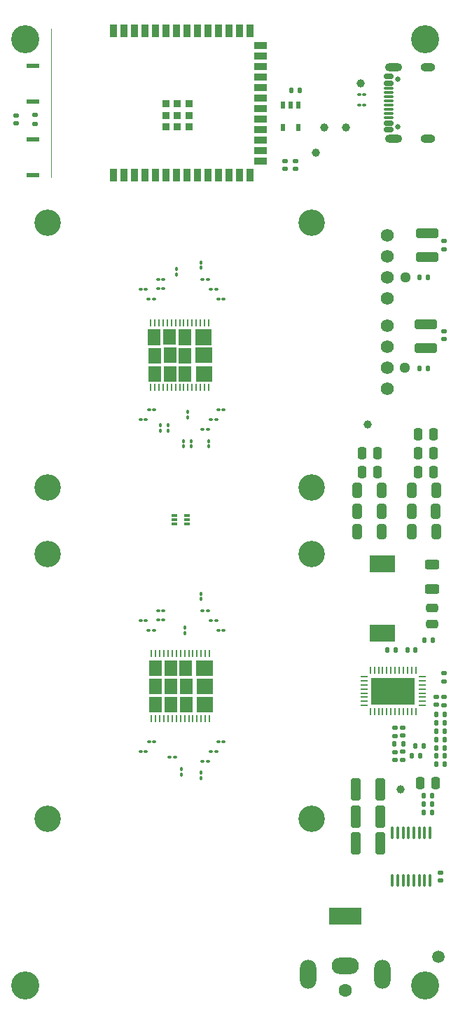
<source format=gbr>
%TF.GenerationSoftware,KiCad,Pcbnew,8.0.4*%
%TF.CreationDate,2024-11-04T19:08:52+01:00*%
%TF.ProjectId,BitForgeNano,42697446-6f72-4676-954e-616e6f2e6b69,rev?*%
%TF.SameCoordinates,Original*%
%TF.FileFunction,Soldermask,Top*%
%TF.FilePolarity,Negative*%
%FSLAX46Y46*%
G04 Gerber Fmt 4.6, Leading zero omitted, Abs format (unit mm)*
G04 Created by KiCad (PCBNEW 8.0.4) date 2024-11-04 19:08:52*
%MOMM*%
%LPD*%
G01*
G04 APERTURE LIST*
G04 Aperture macros list*
%AMRoundRect*
0 Rectangle with rounded corners*
0 $1 Rounding radius*
0 $2 $3 $4 $5 $6 $7 $8 $9 X,Y pos of 4 corners*
0 Add a 4 corners polygon primitive as box body*
4,1,4,$2,$3,$4,$5,$6,$7,$8,$9,$2,$3,0*
0 Add four circle primitives for the rounded corners*
1,1,$1+$1,$2,$3*
1,1,$1+$1,$4,$5*
1,1,$1+$1,$6,$7*
1,1,$1+$1,$8,$9*
0 Add four rect primitives between the rounded corners*
20,1,$1+$1,$2,$3,$4,$5,0*
20,1,$1+$1,$4,$5,$6,$7,0*
20,1,$1+$1,$6,$7,$8,$9,0*
20,1,$1+$1,$8,$9,$2,$3,0*%
G04 Aperture macros list end*
%ADD10C,0.100000*%
%ADD11C,0.120000*%
%ADD12RoundRect,0.140000X-0.170000X0.140000X-0.170000X-0.140000X0.170000X-0.140000X0.170000X0.140000X0*%
%ADD13RoundRect,0.100000X-0.100000X0.637500X-0.100000X-0.637500X0.100000X-0.637500X0.100000X0.637500X0*%
%ADD14C,3.200000*%
%ADD15RoundRect,0.140000X-0.140000X-0.170000X0.140000X-0.170000X0.140000X0.170000X-0.140000X0.170000X0*%
%ADD16C,3.400000*%
%ADD17RoundRect,0.100000X-0.100000X0.130000X-0.100000X-0.130000X0.100000X-0.130000X0.100000X0.130000X0*%
%ADD18RoundRect,0.100000X-0.130000X-0.100000X0.130000X-0.100000X0.130000X0.100000X-0.130000X0.100000X0*%
%ADD19RoundRect,0.100000X0.130000X0.100000X-0.130000X0.100000X-0.130000X-0.100000X0.130000X-0.100000X0*%
%ADD20RoundRect,0.135000X0.135000X0.185000X-0.135000X0.185000X-0.135000X-0.185000X0.135000X-0.185000X0*%
%ADD21C,0.650000*%
%ADD22RoundRect,0.150000X0.425000X-0.150000X0.425000X0.150000X-0.425000X0.150000X-0.425000X-0.150000X0*%
%ADD23RoundRect,0.075000X0.500000X-0.075000X0.500000X0.075000X-0.500000X0.075000X-0.500000X-0.075000X0*%
%ADD24O,2.100000X1.000000*%
%ADD25O,1.800000X1.000000*%
%ADD26RoundRect,0.135000X0.185000X-0.135000X0.185000X0.135000X-0.185000X0.135000X-0.185000X-0.135000X0*%
%ADD27RoundRect,0.250000X0.250000X0.475000X-0.250000X0.475000X-0.250000X-0.475000X0.250000X-0.475000X0*%
%ADD28C,1.600000*%
%ADD29R,4.000000X2.000000*%
%ADD30O,2.000000X3.500000*%
%ADD31O,3.300000X2.000000*%
%ADD32C,1.295400*%
%ADD33C,1.574800*%
%ADD34RoundRect,0.250000X-0.325000X-0.650000X0.325000X-0.650000X0.325000X0.650000X-0.325000X0.650000X0*%
%ADD35RoundRect,0.135000X-0.185000X0.135000X-0.185000X-0.135000X0.185000X-0.135000X0.185000X0.135000X0*%
%ADD36RoundRect,0.135000X-0.135000X-0.185000X0.135000X-0.185000X0.135000X0.185000X-0.135000X0.185000X0*%
%ADD37R,1.524000X0.508000*%
%ADD38RoundRect,0.085000X-0.265000X-0.085000X0.265000X-0.085000X0.265000X0.085000X-0.265000X0.085000X0*%
%ADD39RoundRect,0.062500X-0.062500X0.337500X-0.062500X-0.337500X0.062500X-0.337500X0.062500X0.337500X0*%
%ADD40RoundRect,0.062500X-0.337500X0.062500X-0.337500X-0.062500X0.337500X-0.062500X0.337500X0.062500X0*%
%ADD41C,0.400000*%
%ADD42R,5.300000X3.300000*%
%ADD43C,1.000000*%
%ADD44R,0.558800X0.952500*%
%ADD45RoundRect,0.140000X0.170000X-0.140000X0.170000X0.140000X-0.170000X0.140000X-0.170000X-0.140000X0*%
%ADD46RoundRect,0.250000X-0.250000X-0.475000X0.250000X-0.475000X0.250000X0.475000X-0.250000X0.475000X0*%
%ADD47RoundRect,0.250000X-0.475000X0.250000X-0.475000X-0.250000X0.475000X-0.250000X0.475000X0.250000X0*%
%ADD48RoundRect,0.250000X0.325000X1.100000X-0.325000X1.100000X-0.325000X-1.100000X0.325000X-1.100000X0*%
%ADD49R,0.900000X1.500000*%
%ADD50R,1.500000X0.900000*%
%ADD51R,0.900000X0.900000*%
%ADD52C,1.500000*%
%ADD53R,3.050000X2.000000*%
%ADD54RoundRect,0.250000X0.325000X0.650000X-0.325000X0.650000X-0.325000X-0.650000X0.325000X-0.650000X0*%
%ADD55RoundRect,0.250000X1.100000X-0.325000X1.100000X0.325000X-1.100000X0.325000X-1.100000X-0.325000X0*%
%ADD56RoundRect,0.140000X0.140000X0.170000X-0.140000X0.170000X-0.140000X-0.170000X0.140000X-0.170000X0*%
%ADD57RoundRect,0.055250X-0.055250X0.340750X-0.055250X-0.340750X0.055250X-0.340750X0.055250X0.340750X0*%
%ADD58RoundRect,0.250000X-0.625000X0.312500X-0.625000X-0.312500X0.625000X-0.312500X0.625000X0.312500X0*%
G04 APERTURE END LIST*
D10*
%TO.C,U8*%
X51500000Y-65515000D02*
X51500000Y-47515000D01*
%TO.C,U3*%
D11*
X63280000Y-125680000D02*
X64720000Y-125680000D01*
X64720000Y-123900000D01*
X63280000Y-123900000D01*
X63280000Y-125680000D01*
G36*
X63280000Y-125680000D02*
G01*
X64720000Y-125680000D01*
X64720000Y-123900000D01*
X63280000Y-123900000D01*
X63280000Y-125680000D01*
G37*
X63290000Y-127890000D02*
X64730000Y-127890000D01*
X64730000Y-126110000D01*
X63290000Y-126110000D01*
X63290000Y-127890000D01*
G36*
X63290000Y-127890000D02*
G01*
X64730000Y-127890000D01*
X64730000Y-126110000D01*
X63290000Y-126110000D01*
X63290000Y-127890000D01*
G37*
X63290000Y-130100000D02*
X64730000Y-130100000D01*
X64730000Y-128320000D01*
X63290000Y-128320000D01*
X63290000Y-130100000D01*
G36*
X63290000Y-130100000D02*
G01*
X64730000Y-130100000D01*
X64730000Y-128320000D01*
X63290000Y-128320000D01*
X63290000Y-130100000D01*
G37*
X65150000Y-125670000D02*
X66590000Y-125670000D01*
X66590000Y-123890000D01*
X65150000Y-123890000D01*
X65150000Y-125670000D01*
G36*
X65150000Y-125670000D02*
G01*
X66590000Y-125670000D01*
X66590000Y-123890000D01*
X65150000Y-123890000D01*
X65150000Y-125670000D01*
G37*
X65160000Y-127880000D02*
X66600000Y-127880000D01*
X66600000Y-126100000D01*
X65160000Y-126100000D01*
X65160000Y-127880000D01*
G36*
X65160000Y-127880000D02*
G01*
X66600000Y-127880000D01*
X66600000Y-126100000D01*
X65160000Y-126100000D01*
X65160000Y-127880000D01*
G37*
X65160000Y-130090000D02*
X66600000Y-130090000D01*
X66600000Y-128310000D01*
X65160000Y-128310000D01*
X65160000Y-130090000D01*
G36*
X65160000Y-130090000D02*
G01*
X66600000Y-130090000D01*
X66600000Y-128310000D01*
X65160000Y-128310000D01*
X65160000Y-130090000D01*
G37*
X66990000Y-125680000D02*
X68430000Y-125680000D01*
X68430000Y-123900000D01*
X66990000Y-123900000D01*
X66990000Y-125680000D01*
G36*
X66990000Y-125680000D02*
G01*
X68430000Y-125680000D01*
X68430000Y-123900000D01*
X66990000Y-123900000D01*
X66990000Y-125680000D01*
G37*
X67000000Y-127890000D02*
X68440000Y-127890000D01*
X68440000Y-126110000D01*
X67000000Y-126110000D01*
X67000000Y-127890000D01*
G36*
X67000000Y-127890000D02*
G01*
X68440000Y-127890000D01*
X68440000Y-126110000D01*
X67000000Y-126110000D01*
X67000000Y-127890000D01*
G37*
X67000000Y-130100000D02*
X68440000Y-130100000D01*
X68440000Y-128320000D01*
X67000000Y-128320000D01*
X67000000Y-130100000D01*
G36*
X67000000Y-130100000D02*
G01*
X68440000Y-130100000D01*
X68440000Y-128320000D01*
X67000000Y-128320000D01*
X67000000Y-130100000D01*
G37*
X69020000Y-125680000D02*
X70900000Y-125680000D01*
X70900000Y-123900000D01*
X69020000Y-123900000D01*
X69020000Y-125680000D01*
G36*
X69020000Y-125680000D02*
G01*
X70900000Y-125680000D01*
X70900000Y-123900000D01*
X69020000Y-123900000D01*
X69020000Y-125680000D01*
G37*
X69040000Y-127880000D02*
X70910000Y-127880000D01*
X70910000Y-126100000D01*
X69040000Y-126100000D01*
X69040000Y-127880000D01*
G36*
X69040000Y-127880000D02*
G01*
X70910000Y-127880000D01*
X70910000Y-126100000D01*
X69040000Y-126100000D01*
X69040000Y-127880000D01*
G37*
X69050000Y-130090000D02*
X70920000Y-130090000D01*
X70920000Y-128310000D01*
X69050000Y-128310000D01*
X69050000Y-130090000D01*
G36*
X69050000Y-130090000D02*
G01*
X70920000Y-130090000D01*
X70920000Y-128310000D01*
X69050000Y-128310000D01*
X69050000Y-130090000D01*
G37*
%TO.C,U9*%
X63180000Y-85680000D02*
X64620000Y-85680000D01*
X64620000Y-83900000D01*
X63180000Y-83900000D01*
X63180000Y-85680000D01*
G36*
X63180000Y-85680000D02*
G01*
X64620000Y-85680000D01*
X64620000Y-83900000D01*
X63180000Y-83900000D01*
X63180000Y-85680000D01*
G37*
X63190000Y-87890000D02*
X64630000Y-87890000D01*
X64630000Y-86110000D01*
X63190000Y-86110000D01*
X63190000Y-87890000D01*
G36*
X63190000Y-87890000D02*
G01*
X64630000Y-87890000D01*
X64630000Y-86110000D01*
X63190000Y-86110000D01*
X63190000Y-87890000D01*
G37*
X63190000Y-90100000D02*
X64630000Y-90100000D01*
X64630000Y-88320000D01*
X63190000Y-88320000D01*
X63190000Y-90100000D01*
G36*
X63190000Y-90100000D02*
G01*
X64630000Y-90100000D01*
X64630000Y-88320000D01*
X63190000Y-88320000D01*
X63190000Y-90100000D01*
G37*
X65050000Y-85670000D02*
X66490000Y-85670000D01*
X66490000Y-83890000D01*
X65050000Y-83890000D01*
X65050000Y-85670000D01*
G36*
X65050000Y-85670000D02*
G01*
X66490000Y-85670000D01*
X66490000Y-83890000D01*
X65050000Y-83890000D01*
X65050000Y-85670000D01*
G37*
X65060000Y-87880000D02*
X66500000Y-87880000D01*
X66500000Y-86100000D01*
X65060000Y-86100000D01*
X65060000Y-87880000D01*
G36*
X65060000Y-87880000D02*
G01*
X66500000Y-87880000D01*
X66500000Y-86100000D01*
X65060000Y-86100000D01*
X65060000Y-87880000D01*
G37*
X65060000Y-90090000D02*
X66500000Y-90090000D01*
X66500000Y-88310000D01*
X65060000Y-88310000D01*
X65060000Y-90090000D01*
G36*
X65060000Y-90090000D02*
G01*
X66500000Y-90090000D01*
X66500000Y-88310000D01*
X65060000Y-88310000D01*
X65060000Y-90090000D01*
G37*
X66890000Y-85680000D02*
X68330000Y-85680000D01*
X68330000Y-83900000D01*
X66890000Y-83900000D01*
X66890000Y-85680000D01*
G36*
X66890000Y-85680000D02*
G01*
X68330000Y-85680000D01*
X68330000Y-83900000D01*
X66890000Y-83900000D01*
X66890000Y-85680000D01*
G37*
X66900000Y-87890000D02*
X68340000Y-87890000D01*
X68340000Y-86110000D01*
X66900000Y-86110000D01*
X66900000Y-87890000D01*
G36*
X66900000Y-87890000D02*
G01*
X68340000Y-87890000D01*
X68340000Y-86110000D01*
X66900000Y-86110000D01*
X66900000Y-87890000D01*
G37*
X66900000Y-90100000D02*
X68340000Y-90100000D01*
X68340000Y-88320000D01*
X66900000Y-88320000D01*
X66900000Y-90100000D01*
G36*
X66900000Y-90100000D02*
G01*
X68340000Y-90100000D01*
X68340000Y-88320000D01*
X66900000Y-88320000D01*
X66900000Y-90100000D01*
G37*
X68920000Y-85680000D02*
X70800000Y-85680000D01*
X70800000Y-83900000D01*
X68920000Y-83900000D01*
X68920000Y-85680000D01*
G36*
X68920000Y-85680000D02*
G01*
X70800000Y-85680000D01*
X70800000Y-83900000D01*
X68920000Y-83900000D01*
X68920000Y-85680000D01*
G37*
X68940000Y-87880000D02*
X70810000Y-87880000D01*
X70810000Y-86100000D01*
X68940000Y-86100000D01*
X68940000Y-87880000D01*
G36*
X68940000Y-87880000D02*
G01*
X70810000Y-87880000D01*
X70810000Y-86100000D01*
X68940000Y-86100000D01*
X68940000Y-87880000D01*
G37*
X68950000Y-90090000D02*
X70820000Y-90090000D01*
X70820000Y-88310000D01*
X68950000Y-88310000D01*
X68950000Y-90090000D01*
G36*
X68950000Y-90090000D02*
G01*
X70820000Y-90090000D01*
X70820000Y-88310000D01*
X68950000Y-88310000D01*
X68950000Y-90090000D01*
G37*
%TD*%
D12*
%TO.C,C48*%
X81000000Y-63500000D03*
X81000000Y-64460000D03*
%TD*%
D13*
%TO.C,U4*%
X92725000Y-150482500D03*
X93375000Y-150482500D03*
X94025000Y-150482500D03*
X94675000Y-150482500D03*
X95325000Y-150482500D03*
X95975000Y-150482500D03*
X96625000Y-150482500D03*
X97275000Y-150482500D03*
X97275000Y-144757500D03*
X96625000Y-144757500D03*
X95975000Y-144757500D03*
X95325000Y-144757500D03*
X94675000Y-144757500D03*
X94025000Y-144757500D03*
X93375000Y-144757500D03*
X92725000Y-144757500D03*
%TD*%
D14*
%TO.C,H2*%
X51000000Y-143000000D03*
%TD*%
D15*
%TO.C,C6*%
X96520000Y-141250000D03*
X97480000Y-141250000D03*
%TD*%
%TO.C,C7*%
X96520000Y-140250000D03*
X97480000Y-140250000D03*
%TD*%
D16*
%TO.C,*%
X48300000Y-163200011D03*
%TD*%
D17*
%TO.C,R23*%
X66600000Y-76592500D03*
X66600000Y-77232500D03*
%TD*%
D18*
%TO.C,R38*%
X88680000Y-55500000D03*
X89320000Y-55500000D03*
%TD*%
D14*
%TO.C,H4*%
X51000000Y-111000000D03*
%TD*%
%TO.C,H5*%
X83000000Y-103000000D03*
%TD*%
D19*
%TO.C,C36*%
X72320000Y-133700000D03*
X71680000Y-133700000D03*
%TD*%
D20*
%TO.C,R3*%
X99050000Y-131450000D03*
X98030000Y-131450000D03*
%TD*%
D21*
%TO.C,J5*%
X93330000Y-59415000D03*
X93330000Y-53635000D03*
D22*
X92255000Y-59725000D03*
X92255000Y-58925000D03*
D23*
X92255000Y-57775000D03*
X92255000Y-56775000D03*
X92255000Y-56275000D03*
X92255000Y-55275000D03*
D22*
X92255000Y-54125000D03*
X92255000Y-53325000D03*
X92255000Y-53325000D03*
X92255000Y-54125000D03*
D23*
X92255000Y-54775000D03*
X92255000Y-55775000D03*
X92255000Y-57275000D03*
X92255000Y-58275000D03*
D22*
X92255000Y-58925000D03*
X92255000Y-59725000D03*
D24*
X92830000Y-60845000D03*
D25*
X97010000Y-60845000D03*
D24*
X92830000Y-52205000D03*
D25*
X97010000Y-52205000D03*
%TD*%
D26*
%TO.C,R30*%
X93000000Y-133020000D03*
X93000000Y-132000000D03*
%TD*%
D27*
%TO.C,C77*%
X90950000Y-98850000D03*
X89050000Y-98850000D03*
%TD*%
D28*
%TO.C,J1*%
X87000000Y-163800000D03*
D29*
X87000000Y-154800000D03*
D30*
X82500000Y-161800000D03*
D31*
X87000000Y-160800000D03*
D30*
X91500000Y-161800000D03*
%TD*%
D17*
%TO.C,C16*%
X69600000Y-115835000D03*
X69600000Y-116475000D03*
%TD*%
D18*
%TO.C,C18*%
X69780000Y-117855000D03*
X70420000Y-117855000D03*
%TD*%
D32*
%TO.C,J8*%
X94260001Y-88540000D03*
D33*
X92100000Y-83460000D03*
X92100000Y-86000000D03*
X92100000Y-88540000D03*
X92100000Y-91080000D03*
%TD*%
D20*
%TO.C,R36*%
X97610000Y-121450000D03*
X96590000Y-121450000D03*
%TD*%
D34*
%TO.C,C80*%
X95050000Y-108350000D03*
X98000000Y-108350000D03*
%TD*%
D18*
%TO.C,C62*%
X70780000Y-79012500D03*
X71420000Y-79012500D03*
%TD*%
D19*
%TO.C,C66*%
X71420000Y-94800000D03*
X70780000Y-94800000D03*
%TD*%
D16*
%TO.C,*%
X96700000Y-163200011D03*
%TD*%
D19*
%TO.C,C51*%
X70420000Y-136100000D03*
X69780000Y-136100000D03*
%TD*%
D17*
%TO.C,C68*%
X70500000Y-97380000D03*
X70500000Y-98020000D03*
%TD*%
D18*
%TO.C,C63*%
X71680000Y-80212500D03*
X72320000Y-80212500D03*
%TD*%
D17*
%TO.C,C54*%
X69600000Y-75792500D03*
X69600000Y-76432500D03*
%TD*%
D35*
%TO.C,R8*%
X94000000Y-134930000D03*
X94000000Y-135950000D03*
%TD*%
D36*
%TO.C,R7*%
X98030000Y-136450000D03*
X99050000Y-136450000D03*
%TD*%
D18*
%TO.C,C69*%
X63260000Y-80212500D03*
X63900000Y-80212500D03*
%TD*%
%TO.C,C27*%
X62260000Y-119055000D03*
X62900000Y-119055000D03*
%TD*%
D36*
%TO.C,R9*%
X92990000Y-133960000D03*
X94010000Y-133960000D03*
%TD*%
D17*
%TO.C,R11*%
X67500000Y-97380000D03*
X67500000Y-98020000D03*
%TD*%
D34*
%TO.C,C79*%
X95025000Y-105850000D03*
X97975000Y-105850000D03*
%TD*%
D37*
%TO.C,SW2*%
X49250000Y-65250000D03*
X49250000Y-60932000D03*
%TD*%
D38*
%TO.C,U7*%
X66350000Y-106400000D03*
X66350000Y-106900000D03*
X66350000Y-107400000D03*
X67850000Y-107400000D03*
X67850000Y-106900000D03*
X67850000Y-106400000D03*
%TD*%
D16*
%TO.C,*%
X48300000Y-48800011D03*
%TD*%
D17*
%TO.C,R19*%
X64700000Y-95480000D03*
X64700000Y-96120000D03*
%TD*%
D36*
%TO.C,R6*%
X98030000Y-134450000D03*
X99050000Y-134450000D03*
%TD*%
D15*
%TO.C,C1*%
X94520000Y-122600000D03*
X95480000Y-122600000D03*
%TD*%
D19*
%TO.C,R17*%
X66420000Y-135600000D03*
X65780000Y-135600000D03*
%TD*%
%TO.C,C65*%
X72320000Y-93600000D03*
X71680000Y-93600000D03*
%TD*%
D17*
%TO.C,C52*%
X69600000Y-137480000D03*
X69600000Y-138120000D03*
%TD*%
D18*
%TO.C,C44*%
X63280000Y-133700000D03*
X63920000Y-133700000D03*
%TD*%
D27*
%TO.C,C78*%
X90950000Y-101100000D03*
X89050000Y-101100000D03*
%TD*%
D26*
%TO.C,R41*%
X99000000Y-126410000D03*
X99000000Y-125390000D03*
%TD*%
D35*
%TO.C,R21*%
X49500000Y-57990000D03*
X49500000Y-59010000D03*
%TD*%
D39*
%TO.C,U12*%
X95550000Y-125100000D03*
X95050000Y-125100000D03*
X94550000Y-125100000D03*
X94050000Y-125100000D03*
X93550000Y-125100000D03*
X93050000Y-125100000D03*
X92550000Y-125100000D03*
X92050000Y-125100000D03*
X91550000Y-125100000D03*
X91050000Y-125100000D03*
X90550000Y-125100000D03*
X90050000Y-125100000D03*
D40*
X89300000Y-125850000D03*
X89300000Y-126350000D03*
X89300000Y-126850000D03*
X89300000Y-127350000D03*
X89300000Y-127850000D03*
X89300000Y-128350000D03*
X89300000Y-128850000D03*
X89300000Y-129350000D03*
D39*
X90050000Y-130100000D03*
X90550000Y-130100000D03*
X91050000Y-130100000D03*
X91550000Y-130100000D03*
X92050000Y-130100000D03*
X92550000Y-130100000D03*
X93050000Y-130100000D03*
X93550000Y-130100000D03*
X94050000Y-130100000D03*
X94550000Y-130100000D03*
X95050000Y-130100000D03*
X95550000Y-130100000D03*
D40*
X96300000Y-129350000D03*
X96300000Y-128850000D03*
X96300000Y-128350000D03*
X96300000Y-127850000D03*
X96300000Y-127350000D03*
X96300000Y-126850000D03*
X96300000Y-126350000D03*
X96300000Y-125850000D03*
D41*
X94200000Y-126320000D03*
X92800000Y-126320000D03*
X91400000Y-126320000D03*
X95200000Y-127600000D03*
X94200000Y-127600000D03*
X92800000Y-127600000D03*
D42*
X92800000Y-127600000D03*
D41*
X91400000Y-127600000D03*
X90400000Y-127600000D03*
X94200000Y-128880000D03*
X92800000Y-128880000D03*
X91400000Y-128880000D03*
%TD*%
D15*
%TO.C,C10*%
X95520000Y-134200000D03*
X96480000Y-134200000D03*
%TD*%
D43*
%TO.C,TP14*%
X84500000Y-59500000D03*
%TD*%
D36*
%TO.C,R10*%
X98030000Y-135450000D03*
X99050000Y-135450000D03*
%TD*%
D18*
%TO.C,R12*%
X64380000Y-117905000D03*
X65020000Y-117905000D03*
%TD*%
D20*
%TO.C,R2*%
X99050000Y-133450000D03*
X98030000Y-133450000D03*
%TD*%
D12*
%TO.C,C8*%
X93000000Y-134960000D03*
X93000000Y-135920000D03*
%TD*%
D44*
%TO.C,U10*%
X81379600Y-56744100D03*
X80439800Y-56744100D03*
X79500000Y-56744100D03*
X79500000Y-59500000D03*
X81379600Y-59500000D03*
%TD*%
D12*
%TO.C,C57*%
X79750000Y-63500000D03*
X79750000Y-64460000D03*
%TD*%
D43*
%TO.C,TP1*%
X93750000Y-139500000D03*
%TD*%
D45*
%TO.C,C43*%
X99000000Y-74180000D03*
X99000000Y-73220000D03*
%TD*%
D46*
%TO.C,C30*%
X95800000Y-101100000D03*
X97700000Y-101100000D03*
%TD*%
D19*
%TO.C,C38*%
X71420000Y-134900000D03*
X70780000Y-134900000D03*
%TD*%
D20*
%TO.C,R1*%
X99050000Y-130450000D03*
X98030000Y-130450000D03*
%TD*%
D17*
%TO.C,R16*%
X68395000Y-97380000D03*
X68395000Y-98020000D03*
%TD*%
D14*
%TO.C,H7*%
X83000000Y-71000000D03*
%TD*%
D47*
%TO.C,C12*%
X97500000Y-117580000D03*
X97500000Y-119480000D03*
%TD*%
D48*
%TO.C,C4*%
X91225000Y-139500000D03*
X88275000Y-139500000D03*
%TD*%
D18*
%TO.C,C26*%
X70780000Y-119055000D03*
X71420000Y-119055000D03*
%TD*%
D49*
%TO.C,U8*%
X58990000Y-65265000D03*
X60260000Y-65265000D03*
X61530000Y-65265000D03*
X62800000Y-65265000D03*
X64070000Y-65265000D03*
X65340000Y-65265000D03*
X66610000Y-65265000D03*
X67880000Y-65265000D03*
X69150000Y-65265000D03*
X70420000Y-65265000D03*
X71690000Y-65265000D03*
X72960000Y-65265000D03*
X74230000Y-65265000D03*
X75500000Y-65265000D03*
D50*
X76750000Y-63500000D03*
X76750000Y-62230000D03*
X76750000Y-60960000D03*
X76750000Y-59690000D03*
X76750000Y-58420000D03*
X76750000Y-57150000D03*
X76750000Y-55880000D03*
X76750000Y-54610000D03*
X76750000Y-53340000D03*
X76750000Y-52070000D03*
X76750000Y-50800000D03*
X76750000Y-49530000D03*
D49*
X75500000Y-47765000D03*
X74230000Y-47765000D03*
X72960000Y-47765000D03*
X71690000Y-47765000D03*
X70420000Y-47765000D03*
X69150000Y-47765000D03*
X67880000Y-47765000D03*
X66610000Y-47765000D03*
X65340000Y-47765000D03*
X64070000Y-47765000D03*
X62800000Y-47765000D03*
X61530000Y-47765000D03*
X60260000Y-47765000D03*
X58990000Y-47765000D03*
D51*
X65310000Y-59415000D03*
X66710000Y-59415000D03*
X68110000Y-59415000D03*
X65310000Y-58015000D03*
X66710000Y-58015000D03*
X68110000Y-58015000D03*
X65310000Y-56615000D03*
X66710000Y-56615000D03*
X68110000Y-56615000D03*
%TD*%
D17*
%TO.C,R15*%
X68000000Y-93885025D03*
X68000000Y-94525025D03*
%TD*%
D14*
%TO.C,H3*%
X83000000Y-111000000D03*
%TD*%
D36*
%TO.C,R18*%
X95990000Y-77600000D03*
X97010000Y-77600000D03*
%TD*%
D43*
%TO.C,TP15*%
X88900000Y-54100000D03*
%TD*%
D14*
%TO.C,H8*%
X51000000Y-71000000D03*
%TD*%
D52*
%TO.C,TP28*%
X98250000Y-159750000D03*
%TD*%
D18*
%TO.C,C70*%
X62260000Y-79012500D03*
X62900000Y-79012500D03*
%TD*%
D45*
%TO.C,C23*%
X99000000Y-85080000D03*
X99000000Y-84120000D03*
%TD*%
D14*
%TO.C,H6*%
X51000000Y-103000000D03*
%TD*%
D18*
%TO.C,C55*%
X69780000Y-77812500D03*
X70420000Y-77812500D03*
%TD*%
D36*
%TO.C,R20*%
X95980000Y-88600000D03*
X97000000Y-88600000D03*
%TD*%
D18*
%TO.C,R33*%
X64380000Y-78962500D03*
X65020000Y-78962500D03*
%TD*%
%TO.C,C37*%
X62280000Y-134900000D03*
X62920000Y-134900000D03*
%TD*%
D20*
%TO.C,R4*%
X99050000Y-132450000D03*
X98030000Y-132450000D03*
%TD*%
D46*
%TO.C,C20*%
X95800000Y-96600000D03*
X97700000Y-96600000D03*
%TD*%
D43*
%TO.C,TP3*%
X89700000Y-95400000D03*
%TD*%
D19*
%TO.C,C67*%
X70420000Y-96000000D03*
X69780000Y-96000000D03*
%TD*%
D17*
%TO.C,R34*%
X67600000Y-119935000D03*
X67600000Y-120575000D03*
%TD*%
%TO.C,R35*%
X65600000Y-95480000D03*
X65600000Y-96120000D03*
%TD*%
D37*
%TO.C,SW1*%
X49250000Y-56320500D03*
X49250000Y-52002500D03*
%TD*%
D18*
%TO.C,R24*%
X64380000Y-77862500D03*
X65020000Y-77862500D03*
%TD*%
D53*
%TO.C,L1*%
X91500000Y-120600000D03*
X91500000Y-112250000D03*
%TD*%
D35*
%TO.C,R39*%
X99000000Y-128290000D03*
X99000000Y-129310000D03*
%TD*%
D18*
%TO.C,C71*%
X62280000Y-94800000D03*
X62920000Y-94800000D03*
%TD*%
D54*
%TO.C,C73*%
X91450000Y-105850000D03*
X88500000Y-105850000D03*
%TD*%
D45*
%TO.C,C13*%
X98000000Y-129280000D03*
X98000000Y-128320000D03*
%TD*%
%TO.C,C5*%
X94000000Y-132980000D03*
X94000000Y-132020000D03*
%TD*%
D36*
%TO.C,R5*%
X95040000Y-135450000D03*
X96060000Y-135450000D03*
%TD*%
D48*
%TO.C,C3*%
X91225000Y-146000000D03*
X88275000Y-146000000D03*
%TD*%
D55*
%TO.C,C22*%
X96800000Y-86175000D03*
X96800000Y-83225000D03*
%TD*%
D16*
%TO.C,*%
X96700000Y-48799991D03*
%TD*%
D54*
%TO.C,C74*%
X91450000Y-103350000D03*
X88500000Y-103350000D03*
%TD*%
D32*
%TO.C,J6*%
X94298852Y-77559400D03*
D33*
X92138851Y-72479400D03*
X92138851Y-75019400D03*
X92138851Y-77559400D03*
X92138851Y-80099400D03*
%TD*%
D12*
%TO.C,C14*%
X98500000Y-149540000D03*
X98500000Y-150500000D03*
%TD*%
D18*
%TO.C,C28*%
X71680000Y-120255000D03*
X72320000Y-120255000D03*
%TD*%
D14*
%TO.C,H1*%
X83000000Y-143000000D03*
%TD*%
D17*
%TO.C,R40*%
X67250000Y-137030000D03*
X67250000Y-137670000D03*
%TD*%
D46*
%TO.C,C25*%
X95800000Y-98850000D03*
X97700000Y-98850000D03*
%TD*%
D55*
%TO.C,C24*%
X96900000Y-75175000D03*
X96900000Y-72225000D03*
%TD*%
D43*
%TO.C,TP4*%
X83500000Y-62500000D03*
%TD*%
D15*
%TO.C,C9*%
X96520000Y-142250000D03*
X97480000Y-142250000D03*
%TD*%
D54*
%TO.C,C53*%
X91450000Y-108350000D03*
X88500000Y-108350000D03*
%TD*%
D45*
%TO.C,C49*%
X47250000Y-59000500D03*
X47250000Y-58040500D03*
%TD*%
D56*
%TO.C,C56*%
X81480000Y-55000000D03*
X80520000Y-55000000D03*
%TD*%
D46*
%TO.C,C2*%
X96050000Y-138750000D03*
X97950000Y-138750000D03*
%TD*%
D18*
%TO.C,C19*%
X63260000Y-120255000D03*
X63900000Y-120255000D03*
%TD*%
D57*
%TO.C,U3*%
X70614000Y-123084000D03*
X70112000Y-123084000D03*
X69610000Y-123084000D03*
X69108000Y-123084000D03*
X68606000Y-123084000D03*
X68104000Y-123084000D03*
X67602000Y-123084000D03*
X67100000Y-123084000D03*
X66598000Y-123084000D03*
X66096000Y-123084000D03*
X65594000Y-123084000D03*
X65092000Y-123084000D03*
X64590000Y-123084000D03*
X64088000Y-123084000D03*
X63586000Y-123084000D03*
X63586000Y-130916000D03*
X64088000Y-130916000D03*
X64590000Y-130916000D03*
X65092000Y-130916000D03*
X65594000Y-130916000D03*
X66096000Y-130916000D03*
X66598000Y-130916000D03*
X67100000Y-130916000D03*
X67602000Y-130916000D03*
X68104000Y-130916000D03*
X68606000Y-130916000D03*
X69108000Y-130916000D03*
X69610000Y-130916000D03*
X70112000Y-130916000D03*
X70614000Y-130916000D03*
%TD*%
D18*
%TO.C,R13*%
X64380000Y-119005000D03*
X65020000Y-119005000D03*
%TD*%
D48*
%TO.C,C76*%
X91225000Y-142750000D03*
X88275000Y-142750000D03*
%TD*%
D57*
%TO.C,U9*%
X70514000Y-83084000D03*
X70012000Y-83084000D03*
X69510000Y-83084000D03*
X69008000Y-83084000D03*
X68506000Y-83084000D03*
X68004000Y-83084000D03*
X67502000Y-83084000D03*
X67000000Y-83084000D03*
X66498000Y-83084000D03*
X65996000Y-83084000D03*
X65494000Y-83084000D03*
X64992000Y-83084000D03*
X64490000Y-83084000D03*
X63988000Y-83084000D03*
X63486000Y-83084000D03*
X63486000Y-90916000D03*
X63988000Y-90916000D03*
X64490000Y-90916000D03*
X64992000Y-90916000D03*
X65494000Y-90916000D03*
X65996000Y-90916000D03*
X66498000Y-90916000D03*
X67000000Y-90916000D03*
X67502000Y-90916000D03*
X68004000Y-90916000D03*
X68506000Y-90916000D03*
X69008000Y-90916000D03*
X69510000Y-90916000D03*
X70012000Y-90916000D03*
X70514000Y-90916000D03*
%TD*%
D34*
%TO.C,C75*%
X95050000Y-103350000D03*
X98000000Y-103350000D03*
%TD*%
D18*
%TO.C,C72*%
X63280000Y-93600000D03*
X63920000Y-93600000D03*
%TD*%
%TO.C,R37*%
X88680000Y-56750000D03*
X89320000Y-56750000D03*
%TD*%
D58*
%TO.C,R32*%
X97500000Y-112317500D03*
X97500000Y-115242500D03*
%TD*%
D43*
%TO.C,TP13*%
X87100000Y-59500000D03*
%TD*%
D56*
%TO.C,C11*%
X93080000Y-122600000D03*
X92120000Y-122600000D03*
%TD*%
M02*

</source>
